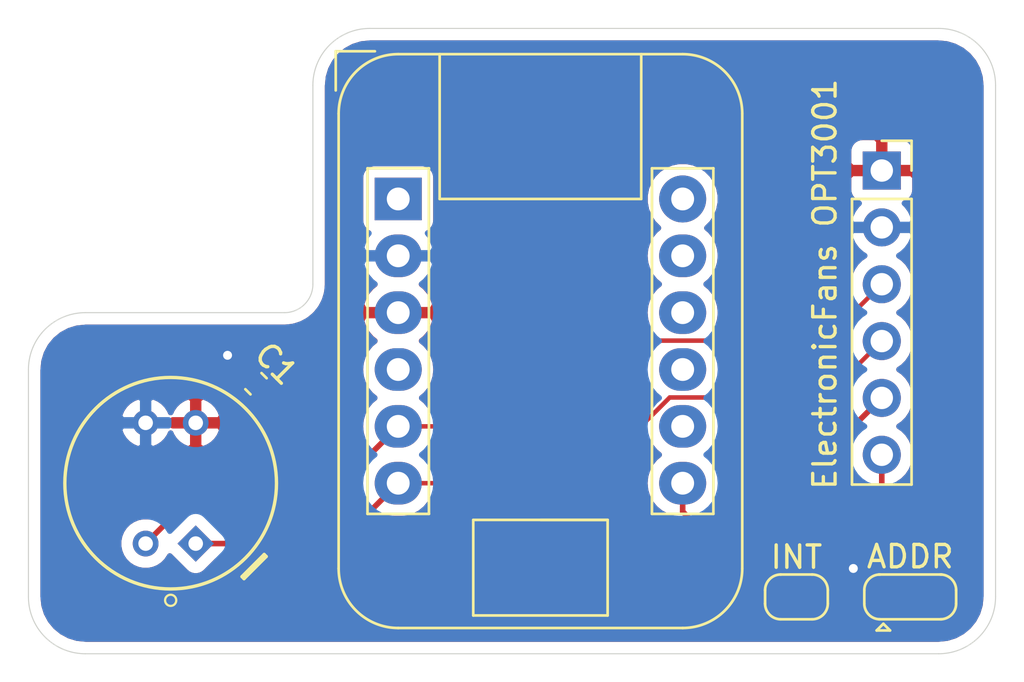
<source format=kicad_pcb>
(kicad_pcb (version 20171130) (host pcbnew 5.1.6-c6e7f7d~87~ubuntu18.04.1)

  (general
    (thickness 1.6)
    (drawings 12)
    (tracks 29)
    (zones 0)
    (modules 6)
    (nets 15)
  )

  (page A4)
  (layers
    (0 F.Cu signal)
    (31 B.Cu signal hide)
    (32 B.Adhes user hide)
    (33 F.Adhes user hide)
    (34 B.Paste user hide)
    (35 F.Paste user hide)
    (36 B.SilkS user hide)
    (37 F.SilkS user)
    (38 B.Mask user hide)
    (39 F.Mask user hide)
    (40 Dwgs.User user hide)
    (41 Cmts.User user hide)
    (42 Eco1.User user hide)
    (43 Eco2.User user hide)
    (44 Edge.Cuts user)
    (45 Margin user hide)
    (46 B.CrtYd user hide)
    (47 F.CrtYd user hide)
    (48 B.Fab user hide)
    (49 F.Fab user hide)
  )

  (setup
    (last_trace_width 0.25)
    (trace_clearance 0.2)
    (zone_clearance 0.508)
    (zone_45_only no)
    (trace_min 0.2)
    (via_size 0.8)
    (via_drill 0.4)
    (via_min_size 0.4)
    (via_min_drill 0.3)
    (uvia_size 0.3)
    (uvia_drill 0.1)
    (uvias_allowed no)
    (uvia_min_size 0.2)
    (uvia_min_drill 0.1)
    (edge_width 0.05)
    (segment_width 0.2)
    (pcb_text_width 0.3)
    (pcb_text_size 1.5 1.5)
    (mod_edge_width 0.12)
    (mod_text_size 1 1)
    (mod_text_width 0.15)
    (pad_size 1.524 1.524)
    (pad_drill 0.762)
    (pad_to_mask_clearance 0.05)
    (aux_axis_origin 0 0)
    (visible_elements FFFFFF7F)
    (pcbplotparams
      (layerselection 0x010f0_ffffffff)
      (usegerberextensions true)
      (usegerberattributes true)
      (usegerberadvancedattributes true)
      (creategerberjobfile true)
      (excludeedgelayer true)
      (linewidth 0.100000)
      (plotframeref false)
      (viasonmask false)
      (mode 1)
      (useauxorigin false)
      (hpglpennumber 1)
      (hpglpenspeed 20)
      (hpglpendiameter 15.000000)
      (psnegative false)
      (psa4output false)
      (plotreference true)
      (plotvalue true)
      (plotinvisibletext false)
      (padsonsilk false)
      (subtractmaskfromsilk false)
      (outputformat 1)
      (mirror false)
      (drillshape 0)
      (scaleselection 1)
      (outputdirectory "gerbers/rev0/"))
  )

  (net 0 "")
  (net 1 "Net-(J1-Pad5)")
  (net 2 GND)
  (net 3 VCC)
  (net 4 "Net-(A1-Pad7)")
  (net 5 "Net-(A1-Pad8)")
  (net 6 "Net-(A1-Pad12)")
  (net 7 "Net-(A1-Pad11)")
  (net 8 "Net-(A1-Pad9)")
  (net 9 "Net-(A1-Pad10)")
  (net 10 "Net-(A1-Pad4)")
  (net 11 SCL)
  (net 12 SDA)
  (net 13 /ADDR)
  (net 14 "Net-(A1-Pad1)")

  (net_class Default "This is the default net class."
    (clearance 0.2)
    (trace_width 0.25)
    (via_dia 0.8)
    (via_drill 0.4)
    (uvia_dia 0.3)
    (uvia_drill 0.1)
    (add_net /ADDR)
    (add_net GND)
    (add_net "Net-(A1-Pad1)")
    (add_net "Net-(A1-Pad10)")
    (add_net "Net-(A1-Pad11)")
    (add_net "Net-(A1-Pad12)")
    (add_net "Net-(A1-Pad4)")
    (add_net "Net-(A1-Pad7)")
    (add_net "Net-(A1-Pad8)")
    (add_net "Net-(A1-Pad9)")
    (add_net "Net-(J1-Pad5)")
    (add_net SCL)
    (add_net SDA)
    (add_net VCC)
  )

  (module MELEXIS_TECHNOLOGIES_NV_MLX90640ESF-BAA-000-TU:MELEXIS_TECHNOLOGIES_NV_MLX90640ESF-BAA-000-TU_0 (layer F.Cu) (tedit 5F08C176) (tstamp 5F40AD46)
    (at 26.67 40.64 315)
    (descr "32x24 Thermal Array Sensor 3.3V 120 Degree Total FOV")
    (path /5F08D918)
    (fp_text reference U1 (at -2.3 -5.5 135) (layer F.SilkS) hide
      (effects (font (size 0.787402 0.787402) (thickness 0.015)))
    )
    (fp_text value MLX90640 (at 0 0 135) (layer F.Fab)
      (effects (font (size 0.787402 0.787402) (thickness 0.015)))
    )
    (fp_line (start -4.825 4.825) (end -4.825 -4.825) (layer F.CrtYd) (width 0.1))
    (fp_line (start -4.825 -4.825) (end 4.825 -4.825) (layer F.CrtYd) (width 0.1))
    (fp_line (start 4.825 -4.825) (end 4.825 4.825) (layer F.CrtYd) (width 0.1))
    (fp_line (start 4.825 4.825) (end -4.825 4.825) (layer F.CrtYd) (width 0.1))
    (fp_line (start 5.33159 0.700036) (end 5.33159 -0.700036) (layer F.SilkS) (width 0.15))
    (fp_line (start 5.33159 -0.700036) (end 5.20431 -0.700036) (layer F.SilkS) (width 0.15))
    (fp_line (start 5.20431 -0.700036) (end 5.20431 0.700036) (layer F.SilkS) (width 0.15))
    (fp_line (start 5.20431 0.700036) (end 5.33159 0.700036) (layer F.SilkS) (width 0.15))
    (fp_circle (center 0 0) (end 4.725 0) (layer F.Fab) (width 0.15))
    (fp_circle (center 3.7 3.7) (end 3.95 3.7) (layer F.SilkS) (width 0.1))
    (fp_circle (center 0 0) (end 4.725 0) (layer F.SilkS) (width 0.15))
    (pad 3 thru_hole circle (at -2.698 -1.117 315) (size 1.15 1.15) (drill 0.65) (layers *.Cu *.Mask)
      (net 2 GND))
    (pad 2 thru_hole circle (at -1.117 -2.698 315) (size 1.15 1.15) (drill 0.65) (layers *.Cu *.Mask)
      (net 3 VCC))
    (pad 4 thru_hole circle (at 1.117 2.698 315) (size 1.15 1.15) (drill 0.65) (layers *.Cu *.Mask)
      (net 11 SCL))
    (pad 1 thru_hole rect (at 2.698 1.117 315) (size 1.15 1.15) (drill 0.65) (layers *.Cu *.Mask)
      (net 12 SDA))
  )

  (module Adafruit:Adafruit_MCP2221A_Breakout (layer F.Cu) (tedit 5F3FCACB) (tstamp 5F40ACDE)
    (at 36.83 27.94)
    (descr "General Purpose USB to GPIO ADC I2C, https://www.adafruit.com/product/4471")
    (tags "MCP2221A GPIO ADC I2C Stemma QT")
    (path /5F40D2F1)
    (fp_text reference A1 (at 6.35 -7.35) (layer F.SilkS) hide
      (effects (font (size 1 1) (thickness 0.15)))
    )
    (fp_text value Adafruit_MCP2221A_Breakout (at 6.35 20.32) (layer F.Fab)
      (effects (font (size 1 1) (thickness 0.15)))
    )
    (fp_arc (start 0 -3.81) (end -2.54 -3.81) (angle 90) (layer F.Fab) (width 0.1))
    (fp_arc (start 12.7 -3.81) (end 12.7 -6.35) (angle 90) (layer F.Fab) (width 0.1))
    (fp_arc (start 12.7 16.51) (end 15.24 16.51) (angle 90) (layer F.Fab) (width 0.1))
    (fp_arc (start 0 16.51) (end 0 19.05) (angle 90) (layer F.Fab) (width 0.1))
    (fp_arc (start 0 -3.81) (end -2.66 -3.81) (angle 90) (layer F.SilkS) (width 0.12))
    (fp_arc (start 12.7 -3.81) (end 12.7 -6.47) (angle 90) (layer F.SilkS) (width 0.12))
    (fp_arc (start 12.7 16.51) (end 15.36 16.51) (angle 90) (layer F.SilkS) (width 0.12))
    (fp_arc (start 0 16.51) (end 0 19.17) (angle 90) (layer F.SilkS) (width 0.12))
    (fp_text user %R (at 6.35 6.35) (layer F.Fab)
      (effects (font (size 1 1) (thickness 0.15)))
    )
    (fp_line (start 15.49 -6.6) (end -2.79 -6.6) (layer F.CrtYd) (width 0.05))
    (fp_line (start 15.49 19.3) (end 15.49 -6.6) (layer F.CrtYd) (width 0.05))
    (fp_line (start -2.79 19.3) (end 15.49 19.3) (layer F.CrtYd) (width 0.05))
    (fp_line (start -2.79 -6.6) (end -2.79 19.3) (layer F.CrtYd) (width 0.05))
    (fp_line (start 1.37 -1.37) (end 1.37 -1.37) (layer F.SilkS) (width 0.12))
    (fp_line (start 1.3716 14.0716) (end 1.37 -1.37) (layer F.SilkS) (width 0.12))
    (fp_line (start -1.37 -1.37) (end -1.3716 14.0716) (layer F.SilkS) (width 0.12))
    (fp_line (start -2.79 -6.6) (end -1.04 -6.6) (layer F.SilkS) (width 0.12))
    (fp_line (start -2.79 -4.85) (end -2.79 -6.6) (layer F.SilkS) (width 0.12))
    (fp_line (start 15.36 -3.81) (end 15.36 16.51) (layer F.SilkS) (width 0.12))
    (fp_line (start -2.66 -3.81) (end -2.66 16.51) (layer F.SilkS) (width 0.12))
    (fp_line (start 0 19.17) (end 12.7 19.17) (layer F.SilkS) (width 0.12))
    (fp_line (start 0 -6.47) (end 12.7 -6.47) (layer F.SilkS) (width 0.12))
    (fp_line (start -2.79 -6.6) (end -1.04 -6.6) (layer F.Fab) (width 0.1))
    (fp_line (start -2.79 -4.85) (end -2.79 -6.6) (layer F.Fab) (width 0.1))
    (fp_line (start 15.24 -3.81) (end 15.24 16.51) (layer F.Fab) (width 0.1))
    (fp_line (start -2.54 -3.81) (end -2.54 16.51) (layer F.Fab) (width 0.1))
    (fp_line (start 0 19.05) (end 12.7 19.05) (layer F.Fab) (width 0.1))
    (fp_line (start 0 -6.35) (end 12.7 -6.35) (layer F.Fab) (width 0.1))
    (fp_line (start 1.37 -1.37) (end -1.37 -1.37) (layer F.SilkS) (width 0.12))
    (fp_line (start -1.3716 14.0716) (end 1.3716 14.0716) (layer F.SilkS) (width 0.12))
    (fp_line (start 14.07 -1.37) (end 14.07 -1.37) (layer F.SilkS) (width 0.12))
    (fp_line (start 11.3284 14.0716) (end 14.0716 14.0716) (layer F.SilkS) (width 0.12))
    (fp_line (start 14.0716 14.0716) (end 14.07 -1.37) (layer F.SilkS) (width 0.12))
    (fp_line (start 14.07 -1.37) (end 11.33 -1.37) (layer F.SilkS) (width 0.12))
    (fp_line (start 11.33 -1.37) (end 11.3284 14.0716) (layer F.SilkS) (width 0.12))
    (fp_line (start 10.85 0) (end 1.85 0) (layer F.SilkS) (width 0.12))
    (fp_line (start 1.85 0) (end 1.85 -6.47) (layer F.SilkS) (width 0.12))
    (fp_line (start 10.85 0) (end 10.85 -6.47) (layer F.SilkS) (width 0.12))
    (fp_line (start 6.35 14.34) (end 9.35 14.34) (layer F.SilkS) (width 0.12))
    (fp_line (start 9.35 14.34) (end 3.35 14.34) (layer F.SilkS) (width 0.12))
    (fp_line (start 3.35 14.34) (end 3.35 18.61) (layer F.SilkS) (width 0.12))
    (fp_line (start 9.35 14.34) (end 9.35 18.61) (layer F.SilkS) (width 0.12))
    (fp_line (start 3.35 18.61) (end 9.35 18.61) (layer F.SilkS) (width 0.12))
    (pad 7 thru_hole oval (at 12.7 12.7) (size 2.1 1.9) (drill 1.02) (layers *.Cu *.Mask)
      (net 4 "Net-(A1-Pad7)"))
    (pad 8 thru_hole oval (at 12.7 10.16) (size 2.1 1.9) (drill 1.02) (layers *.Cu *.Mask)
      (net 5 "Net-(A1-Pad8)"))
    (pad 12 thru_hole circle (at 12.7 0) (size 2.1 2.1) (drill 1.02) (layers *.Cu *.Mask)
      (net 6 "Net-(A1-Pad12)"))
    (pad 11 thru_hole oval (at 12.7 2.54) (size 2.1 1.9) (drill 1.02) (layers *.Cu *.Mask)
      (net 7 "Net-(A1-Pad11)"))
    (pad 9 thru_hole oval (at 12.7 7.62) (size 2.1 1.9) (drill 1.02) (layers *.Cu *.Mask)
      (net 8 "Net-(A1-Pad9)"))
    (pad 10 thru_hole oval (at 12.7 5.08) (size 2.1 1.9) (drill 1.02) (layers *.Cu *.Mask)
      (net 9 "Net-(A1-Pad10)"))
    (pad 1 thru_hole rect (at 0 0) (size 2.1 1.9) (drill 1.02) (layers *.Cu *.Mask)
      (net 14 "Net-(A1-Pad1)"))
    (pad 2 thru_hole oval (at 0 2.54) (size 2.1 1.9) (drill 1.02) (layers *.Cu *.Mask)
      (net 2 GND))
    (pad 3 thru_hole oval (at 0 5.08) (size 2.1 1.9) (drill 1.02) (layers *.Cu *.Mask)
      (net 3 VCC))
    (pad 4 thru_hole oval (at 0 7.62) (size 2.1 1.9) (drill 1.02) (layers *.Cu *.Mask)
      (net 10 "Net-(A1-Pad4)"))
    (pad 5 thru_hole oval (at 0 10.16) (size 2.1 1.9) (drill 1.02) (layers *.Cu *.Mask)
      (net 11 SCL))
    (pad 6 thru_hole oval (at 0 12.7) (size 2.1 1.9) (drill 1.02) (layers *.Cu *.Mask)
      (net 12 SDA))
    (model ${KISYS3DMOD}/Module.3dshapes/Adafruit_HUZZAH_ESP8266_breakout.wrl
      (at (xyz 0 0 0))
      (scale (xyz 1 1 1))
      (rotate (xyz 0 0 0))
    )
  )

  (module Jumper:SolderJumper-2_P1.3mm_Bridged_RoundedPad1.0x1.5mm (layer F.Cu) (tedit 5C745284) (tstamp 5F40AD1C)
    (at 54.61 45.72)
    (descr "SMD Solder Jumper, 1x1.5mm, rounded Pads, 0.3mm gap, bridged with 1 copper strip")
    (tags "solder jumper open")
    (path /5F46D463)
    (attr virtual)
    (fp_text reference INT (at 0 -1.778) (layer F.SilkS)
      (effects (font (size 1 1) (thickness 0.15)))
    )
    (fp_text value SolderJumper_2_Bridged (at 0 1.9) (layer F.Fab)
      (effects (font (size 1 1) (thickness 0.15)))
    )
    (fp_arc (start -0.7 -0.3) (end -0.7 -1) (angle -90) (layer F.SilkS) (width 0.12))
    (fp_arc (start -0.7 0.3) (end -1.4 0.3) (angle -90) (layer F.SilkS) (width 0.12))
    (fp_arc (start 0.7 0.3) (end 0.7 1) (angle -90) (layer F.SilkS) (width 0.12))
    (fp_arc (start 0.7 -0.3) (end 1.4 -0.3) (angle -90) (layer F.SilkS) (width 0.12))
    (fp_line (start -1.4 0.3) (end -1.4 -0.3) (layer F.SilkS) (width 0.12))
    (fp_line (start 0.7 1) (end -0.7 1) (layer F.SilkS) (width 0.12))
    (fp_line (start 1.4 -0.3) (end 1.4 0.3) (layer F.SilkS) (width 0.12))
    (fp_line (start -0.7 -1) (end 0.7 -1) (layer F.SilkS) (width 0.12))
    (fp_line (start -1.65 -1.25) (end 1.65 -1.25) (layer F.CrtYd) (width 0.05))
    (fp_line (start -1.65 -1.25) (end -1.65 1.25) (layer F.CrtYd) (width 0.05))
    (fp_line (start 1.65 1.25) (end 1.65 -1.25) (layer F.CrtYd) (width 0.05))
    (fp_line (start 1.65 1.25) (end -1.65 1.25) (layer F.CrtYd) (width 0.05))
    (fp_poly (pts (xy 0.25 -0.3) (xy -0.25 -0.3) (xy -0.25 0.3) (xy 0.25 0.3)) (layer F.Cu) (width 0))
    (pad 1 smd custom (at -0.65 0) (size 1 0.5) (layers F.Cu F.Mask)
      (net 4 "Net-(A1-Pad7)") (zone_connect 2)
      (options (clearance outline) (anchor rect))
      (primitives
        (gr_circle (center 0 0.25) (end 0.5 0.25) (width 0))
        (gr_circle (center 0 -0.25) (end 0.5 -0.25) (width 0))
        (gr_poly (pts
           (xy 0 -0.75) (xy 0.5 -0.75) (xy 0.5 0.75) (xy 0 0.75)) (width 0))
      ))
    (pad 2 smd custom (at 0.65 0) (size 1 0.5) (layers F.Cu F.Mask)
      (net 1 "Net-(J1-Pad5)") (zone_connect 2)
      (options (clearance outline) (anchor rect))
      (primitives
        (gr_circle (center 0 0.25) (end 0.5 0.25) (width 0))
        (gr_circle (center 0 -0.25) (end 0.5 -0.25) (width 0))
        (gr_poly (pts
           (xy 0 -0.75) (xy -0.5 -0.75) (xy -0.5 0.75) (xy 0 0.75)) (width 0))
      ))
  )

  (module Jumper:SolderJumper-3_P1.3mm_Bridged12_RoundedPad1.0x1.5mm (layer F.Cu) (tedit 5C745321) (tstamp 5F40AD33)
    (at 59.69 45.72)
    (descr "SMD Solder 3-pad Jumper, 1x1.5mm rounded Pads, 0.3mm gap, pads 1-2 bridged with 1 copper strip")
    (tags "solder jumper open")
    (path /5F442790)
    (attr virtual)
    (fp_text reference ADDR (at 0 -1.8) (layer F.SilkS)
      (effects (font (size 1 1) (thickness 0.15)))
    )
    (fp_text value SolderJumper_3_Bridged12 (at 0 1.9) (layer F.Fab)
      (effects (font (size 1 1) (thickness 0.15)))
    )
    (fp_arc (start -1.35 -0.3) (end -1.35 -1) (angle -90) (layer F.SilkS) (width 0.12))
    (fp_arc (start -1.35 0.3) (end -2.05 0.3) (angle -90) (layer F.SilkS) (width 0.12))
    (fp_arc (start 1.35 0.3) (end 1.35 1) (angle -90) (layer F.SilkS) (width 0.12))
    (fp_arc (start 1.35 -0.3) (end 2.05 -0.3) (angle -90) (layer F.SilkS) (width 0.12))
    (fp_line (start -1.2 1.2) (end -0.9 1.5) (layer F.SilkS) (width 0.12))
    (fp_line (start -1.5 1.5) (end -0.9 1.5) (layer F.SilkS) (width 0.12))
    (fp_line (start -1.2 1.2) (end -1.5 1.5) (layer F.SilkS) (width 0.12))
    (fp_line (start -2.05 0.3) (end -2.05 -0.3) (layer F.SilkS) (width 0.12))
    (fp_line (start 1.4 1) (end -1.4 1) (layer F.SilkS) (width 0.12))
    (fp_line (start 2.05 -0.3) (end 2.05 0.3) (layer F.SilkS) (width 0.12))
    (fp_line (start -1.4 -1) (end 1.4 -1) (layer F.SilkS) (width 0.12))
    (fp_line (start -2.3 -1.25) (end 2.3 -1.25) (layer F.CrtYd) (width 0.05))
    (fp_line (start -2.3 -1.25) (end -2.3 1.25) (layer F.CrtYd) (width 0.05))
    (fp_line (start 2.3 1.25) (end 2.3 -1.25) (layer F.CrtYd) (width 0.05))
    (fp_line (start 2.3 1.25) (end -2.3 1.25) (layer F.CrtYd) (width 0.05))
    (fp_poly (pts (xy -0.9 -0.3) (xy -0.4 -0.3) (xy -0.4 0.3) (xy -0.9 0.3)) (layer F.Cu) (width 0))
    (pad 1 smd custom (at -1.3 0) (size 1 0.5) (layers F.Cu F.Mask)
      (net 2 GND) (zone_connect 2)
      (options (clearance outline) (anchor rect))
      (primitives
        (gr_circle (center 0 0.25) (end 0.5 0.25) (width 0))
        (gr_circle (center 0 -0.25) (end 0.5 -0.25) (width 0))
        (gr_poly (pts
           (xy 0.55 -0.75) (xy 0 -0.75) (xy 0 0.75) (xy 0.55 0.75)) (width 0))
      ))
    (pad 2 smd rect (at 0 0) (size 1 1.5) (layers F.Cu F.Mask)
      (net 13 /ADDR))
    (pad 3 smd custom (at 1.3 0) (size 1 0.5) (layers F.Cu F.Mask)
      (net 3 VCC) (zone_connect 2)
      (options (clearance outline) (anchor rect))
      (primitives
        (gr_circle (center 0 0.25) (end 0.5 0.25) (width 0))
        (gr_circle (center 0 -0.25) (end 0.5 -0.25) (width 0))
        (gr_poly (pts
           (xy -0.55 -0.75) (xy 0 -0.75) (xy 0 0.75) (xy -0.55 0.75)) (width 0))
      ))
  )

  (module Connector_PinSocket_2.54mm:PinSocket_1x06_P2.54mm_Vertical (layer F.Cu) (tedit 5A19A430) (tstamp 5F40AD09)
    (at 58.42 26.67)
    (descr "Through hole straight socket strip, 1x06, 2.54mm pitch, single row (from Kicad 4.0.7), script generated")
    (tags "Through hole socket strip THT 1x06 2.54mm single row")
    (path /5F42DE1D)
    (fp_text reference "ElectronicFans OPT3001" (at -2.54 5.08 90) (layer F.SilkS)
      (effects (font (size 1 1) (thickness 0.15)))
    )
    (fp_text value "ElectronicFans OPT3001" (at 0 15.47) (layer F.Fab)
      (effects (font (size 1 1) (thickness 0.15)))
    )
    (fp_text user %R (at 0 6.35 90) (layer F.Fab)
      (effects (font (size 1 1) (thickness 0.15)))
    )
    (fp_line (start -1.27 -1.27) (end 0.635 -1.27) (layer F.Fab) (width 0.1))
    (fp_line (start 0.635 -1.27) (end 1.27 -0.635) (layer F.Fab) (width 0.1))
    (fp_line (start 1.27 -0.635) (end 1.27 13.97) (layer F.Fab) (width 0.1))
    (fp_line (start 1.27 13.97) (end -1.27 13.97) (layer F.Fab) (width 0.1))
    (fp_line (start -1.27 13.97) (end -1.27 -1.27) (layer F.Fab) (width 0.1))
    (fp_line (start -1.33 1.27) (end 1.33 1.27) (layer F.SilkS) (width 0.12))
    (fp_line (start -1.33 1.27) (end -1.33 14.03) (layer F.SilkS) (width 0.12))
    (fp_line (start -1.33 14.03) (end 1.33 14.03) (layer F.SilkS) (width 0.12))
    (fp_line (start 1.33 1.27) (end 1.33 14.03) (layer F.SilkS) (width 0.12))
    (fp_line (start 1.33 -1.33) (end 1.33 0) (layer F.SilkS) (width 0.12))
    (fp_line (start 0 -1.33) (end 1.33 -1.33) (layer F.SilkS) (width 0.12))
    (fp_line (start -1.8 -1.8) (end 1.75 -1.8) (layer F.CrtYd) (width 0.05))
    (fp_line (start 1.75 -1.8) (end 1.75 14.45) (layer F.CrtYd) (width 0.05))
    (fp_line (start 1.75 14.45) (end -1.8 14.45) (layer F.CrtYd) (width 0.05))
    (fp_line (start -1.8 14.45) (end -1.8 -1.8) (layer F.CrtYd) (width 0.05))
    (pad 6 thru_hole oval (at 0 12.7) (size 1.7 1.7) (drill 1) (layers *.Cu *.Mask)
      (net 13 /ADDR))
    (pad 5 thru_hole oval (at 0 10.16) (size 1.7 1.7) (drill 1) (layers *.Cu *.Mask)
      (net 1 "Net-(J1-Pad5)"))
    (pad 4 thru_hole oval (at 0 7.62) (size 1.7 1.7) (drill 1) (layers *.Cu *.Mask)
      (net 12 SDA))
    (pad 3 thru_hole oval (at 0 5.08) (size 1.7 1.7) (drill 1) (layers *.Cu *.Mask)
      (net 11 SCL))
    (pad 2 thru_hole oval (at 0 2.54) (size 1.7 1.7) (drill 1) (layers *.Cu *.Mask)
      (net 2 GND))
    (pad 1 thru_hole rect (at 0 0) (size 1.7 1.7) (drill 1) (layers *.Cu *.Mask)
      (net 3 VCC))
    (model ${KISYS3DMOD}/Connector_PinSocket_2.54mm.3dshapes/PinSocket_1x06_P2.54mm_Vertical.wrl
      (at (xyz 0 0 0))
      (scale (xyz 1 1 1))
      (rotate (xyz 0 0 0))
    )
  )

  (module Resistor_SMD:R_0603_1608Metric (layer F.Cu) (tedit 5B301BBD) (tstamp 5F40ACEF)
    (at 30.48 36.195 135)
    (descr "Resistor SMD 0603 (1608 Metric), square (rectangular) end terminal, IPC_7351 nominal, (Body size source: http://www.tortai-tech.com/upload/download/2011102023233369053.pdf), generated with kicad-footprint-generator")
    (tags resistor)
    (path /5F0A4CFD)
    (attr smd)
    (fp_text reference C1 (at 0 1.27 135) (layer F.SilkS)
      (effects (font (size 1 1) (thickness 0.15)))
    )
    (fp_text value C (at 0 1.43 135) (layer F.Fab)
      (effects (font (size 1 1) (thickness 0.15)))
    )
    (fp_text user %R (at 0 0 135) (layer F.Fab)
      (effects (font (size 0.4 0.4) (thickness 0.06)))
    )
    (fp_line (start -0.8 0.4) (end -0.8 -0.4) (layer F.Fab) (width 0.1))
    (fp_line (start -0.8 -0.4) (end 0.8 -0.4) (layer F.Fab) (width 0.1))
    (fp_line (start 0.8 -0.4) (end 0.8 0.4) (layer F.Fab) (width 0.1))
    (fp_line (start 0.8 0.4) (end -0.8 0.4) (layer F.Fab) (width 0.1))
    (fp_line (start -0.162779 -0.51) (end 0.162779 -0.51) (layer F.SilkS) (width 0.12))
    (fp_line (start -0.162779 0.51) (end 0.162779 0.51) (layer F.SilkS) (width 0.12))
    (fp_line (start -1.48 0.73) (end -1.48 -0.73) (layer F.CrtYd) (width 0.05))
    (fp_line (start -1.48 -0.73) (end 1.48 -0.73) (layer F.CrtYd) (width 0.05))
    (fp_line (start 1.48 -0.73) (end 1.48 0.73) (layer F.CrtYd) (width 0.05))
    (fp_line (start 1.48 0.73) (end -1.48 0.73) (layer F.CrtYd) (width 0.05))
    (pad 2 smd roundrect (at 0.7875 0 135) (size 0.875 0.95) (layers F.Cu F.Paste F.Mask) (roundrect_rratio 0.25)
      (net 2 GND))
    (pad 1 smd roundrect (at -0.7875 0 135) (size 0.875 0.95) (layers F.Cu F.Paste F.Mask) (roundrect_rratio 0.25)
      (net 3 VCC))
    (model ${KISYS3DMOD}/Resistor_SMD.3dshapes/R_0603_1608Metric.wrl
      (at (xyz 0 0 0))
      (scale (xyz 1 1 1))
      (rotate (xyz 0 0 0))
    )
  )

  (gr_arc (start 31.75 31.75) (end 31.75 33.02) (angle -90) (layer Edge.Cuts) (width 0.05))
  (gr_arc (start 60.96 45.72) (end 60.96 48.26) (angle -90) (layer Edge.Cuts) (width 0.05))
  (gr_arc (start 22.86 45.72) (end 20.32 45.72) (angle -90) (layer Edge.Cuts) (width 0.05))
  (gr_arc (start 22.86 35.56) (end 22.86 33.02) (angle -90) (layer Edge.Cuts) (width 0.05))
  (gr_arc (start 60.96 22.86) (end 63.5 22.86) (angle -90) (layer Edge.Cuts) (width 0.05))
  (gr_arc (start 35.56 22.86) (end 35.56 20.32) (angle -90) (layer Edge.Cuts) (width 0.05))
  (gr_line (start 60.96 20.32) (end 35.56 20.32) (layer Edge.Cuts) (width 0.05) (tstamp 5F40BF84))
  (gr_line (start 63.5 45.72) (end 63.5 22.86) (layer Edge.Cuts) (width 0.05))
  (gr_line (start 22.86 48.26) (end 60.96 48.26) (layer Edge.Cuts) (width 0.05))
  (gr_line (start 20.32 35.56) (end 20.32 45.72) (layer Edge.Cuts) (width 0.05))
  (gr_line (start 31.75 33.02) (end 22.86 33.02) (layer Edge.Cuts) (width 0.05))
  (gr_line (start 33.02 22.86) (end 33.02 31.75) (layer Edge.Cuts) (width 0.05))

  (segment (start 55.26 39.99) (end 58.42 36.83) (width 0.25) (layer F.Cu) (net 1))
  (segment (start 55.26 45.72) (end 55.26 39.99) (width 0.25) (layer F.Cu) (net 1))
  (via (at 29.21 34.925) (size 0.8) (drill 0.4) (layers F.Cu B.Cu) (net 2))
  (segment (start 29.923153 35.638153) (end 29.21 34.925) (width 0.25) (layer F.Cu) (net 2))
  (segment (start 58.39 45.72) (end 58.39 45.69) (width 0.25) (layer F.Cu) (net 2))
  (via (at 57.15 44.45) (size 0.8) (drill 0.4) (layers F.Cu B.Cu) (net 2))
  (segment (start 58.39 45.69) (end 57.15 44.45) (width 0.25) (layer F.Cu) (net 2))
  (segment (start 60.99 45.72) (end 60.99 27.97) (width 0.25) (layer F.Cu) (net 3))
  (segment (start 59.69 26.67) (end 58.42 26.67) (width 0.25) (layer F.Cu) (net 3))
  (segment (start 60.99 27.97) (end 59.69 26.67) (width 0.25) (layer F.Cu) (net 3))
  (segment (start 49.53 40.64) (end 49.53 41.91) (width 0.25) (layer F.Cu) (net 4))
  (segment (start 53.34 45.72) (end 53.96 45.72) (width 0.25) (layer F.Cu) (net 4))
  (segment (start 49.53 41.91) (end 53.34 45.72) (width 0.25) (layer F.Cu) (net 4))
  (segment (start 25.552064 43.337612) (end 28.249676 40.64) (width 0.25) (layer F.Cu) (net 11))
  (segment (start 34.29 40.64) (end 36.83 38.1) (width 0.25) (layer F.Cu) (net 11))
  (segment (start 28.249676 40.64) (end 34.29 40.64) (width 0.25) (layer F.Cu) (net 11))
  (segment (start 36.83 38.1) (end 43.18 38.1) (width 0.2) (layer F.Cu) (net 11))
  (segment (start 55.89999 34.27001) (end 58.42 31.75) (width 0.2) (layer F.Cu) (net 11))
  (segment (start 47.00999 34.27001) (end 55.89999 34.27001) (width 0.2) (layer F.Cu) (net 11))
  (segment (start 43.18 38.1) (end 47.00999 34.27001) (width 0.2) (layer F.Cu) (net 11))
  (segment (start 34.132388 43.337612) (end 36.83 40.64) (width 0.25) (layer F.Cu) (net 12))
  (segment (start 27.787936 43.337612) (end 34.132388 43.337612) (width 0.25) (layer F.Cu) (net 12))
  (segment (start 55.89999 36.81001) (end 58.42 34.29) (width 0.2) (layer F.Cu) (net 12))
  (segment (start 48.952209 36.81001) (end 55.89999 36.81001) (width 0.2) (layer F.Cu) (net 12))
  (segment (start 45.122219 40.64) (end 48.952209 36.81001) (width 0.2) (layer F.Cu) (net 12))
  (segment (start 36.83 40.64) (end 45.122219 40.64) (width 0.2) (layer F.Cu) (net 12))
  (segment (start 58.42 39.37) (end 58.42 41.91) (width 0.25) (layer F.Cu) (net 13))
  (segment (start 59.69 43.18) (end 59.69 45.72) (width 0.25) (layer F.Cu) (net 13))
  (segment (start 58.42 41.91) (end 59.69 43.18) (width 0.25) (layer F.Cu) (net 13))

  (zone (net 2) (net_name GND) (layer B.Cu) (tstamp 5F40D650) (hatch edge 0.508)
    (connect_pads (clearance 0.508))
    (min_thickness 0.254)
    (fill yes (arc_segments 32) (thermal_gap 0.508) (thermal_bridge_width 0.508))
    (polygon
      (pts
        (xy 64.77 49.53) (xy 19.05 49.53) (xy 19.05 19.05) (xy 64.77 19.05)
      )
    )
    (filled_polygon
      (pts
        (xy 61.324545 21.018909) (xy 61.675208 21.12478) (xy 61.998625 21.296744) (xy 62.282484 21.528254) (xy 62.515965 21.810486)
        (xy 62.690183 22.132695) (xy 62.798502 22.482614) (xy 62.840001 22.877452) (xy 62.84 45.687721) (xy 62.801091 46.084545)
        (xy 62.69522 46.435206) (xy 62.523257 46.758623) (xy 62.291748 47.042482) (xy 62.009514 47.275965) (xy 61.687304 47.450184)
        (xy 61.337385 47.558502) (xy 60.942557 47.6) (xy 22.892279 47.6) (xy 22.495455 47.561091) (xy 22.144794 47.45522)
        (xy 21.821377 47.283257) (xy 21.537518 47.051748) (xy 21.304035 46.769514) (xy 21.129816 46.447304) (xy 21.021498 46.097385)
        (xy 20.98 45.702557) (xy 20.98 43.218437) (xy 24.342064 43.218437) (xy 24.342064 43.456787) (xy 24.388563 43.690556)
        (xy 24.479776 43.910762) (xy 24.612195 44.108942) (xy 24.780734 44.277481) (xy 24.978914 44.4099) (xy 25.19912 44.501113)
        (xy 25.432889 44.547612) (xy 25.671239 44.547612) (xy 25.905008 44.501113) (xy 26.125214 44.4099) (xy 26.323394 44.277481)
        (xy 26.491933 44.108942) (xy 26.624352 43.910762) (xy 26.630559 43.895778) (xy 27.336751 44.60197) (xy 27.433442 44.681322)
        (xy 27.543756 44.740287) (xy 27.663454 44.776597) (xy 27.787936 44.788857) (xy 27.912418 44.776597) (xy 28.032116 44.740287)
        (xy 28.14243 44.681322) (xy 28.239121 44.60197) (xy 29.052294 43.788797) (xy 29.131646 43.692106) (xy 29.190611 43.581792)
        (xy 29.226921 43.462094) (xy 29.239181 43.337612) (xy 29.226921 43.21313) (xy 29.190611 43.093432) (xy 29.131646 42.983118)
        (xy 29.052294 42.886427) (xy 28.239121 42.073254) (xy 28.14243 41.993902) (xy 28.032116 41.934937) (xy 27.912418 41.898627)
        (xy 27.787936 41.886367) (xy 27.663454 41.898627) (xy 27.543756 41.934937) (xy 27.433442 41.993902) (xy 27.336751 42.073254)
        (xy 26.630559 42.779446) (xy 26.624352 42.764462) (xy 26.491933 42.566282) (xy 26.323394 42.397743) (xy 26.125214 42.265324)
        (xy 25.905008 42.174111) (xy 25.671239 42.127612) (xy 25.432889 42.127612) (xy 25.19912 42.174111) (xy 24.978914 42.265324)
        (xy 24.780734 42.397743) (xy 24.612195 42.566282) (xy 24.479776 42.764462) (xy 24.388563 42.984668) (xy 24.342064 43.218437)
        (xy 20.98 43.218437) (xy 20.98 38.256986) (xy 24.377614 38.256986) (xy 24.461556 38.480065) (xy 24.587405 38.682481)
        (xy 24.750326 38.856456) (xy 24.944057 38.995304) (xy 25.161153 39.093689) (xy 25.237466 39.116838) (xy 25.425064 38.991836)
        (xy 25.425064 38.069388) (xy 24.502616 38.069388) (xy 24.377614 38.256986) (xy 20.98 38.256986) (xy 20.98 37.62779)
        (xy 24.377614 37.62779) (xy 24.502616 37.815388) (xy 25.425064 37.815388) (xy 25.425064 36.89294) (xy 25.679064 36.89294)
        (xy 25.679064 37.815388) (xy 26.579492 37.815388) (xy 26.577936 37.823213) (xy 26.577936 38.061563) (xy 26.579492 38.069388)
        (xy 25.679064 38.069388) (xy 25.679064 38.991836) (xy 25.866662 39.116838) (xy 26.089741 39.032896) (xy 26.292157 38.907047)
        (xy 26.466132 38.744126) (xy 26.60498 38.550395) (xy 26.670344 38.406164) (xy 26.715648 38.515538) (xy 26.848067 38.713718)
        (xy 27.016606 38.882257) (xy 27.214786 39.014676) (xy 27.434992 39.105889) (xy 27.668761 39.152388) (xy 27.907111 39.152388)
        (xy 28.14088 39.105889) (xy 28.361086 39.014676) (xy 28.559266 38.882257) (xy 28.727805 38.713718) (xy 28.860224 38.515538)
        (xy 28.951437 38.295332) (xy 28.997936 38.061563) (xy 28.997936 37.823213) (xy 28.951437 37.589444) (xy 28.860224 37.369238)
        (xy 28.727805 37.171058) (xy 28.559266 37.002519) (xy 28.361086 36.8701) (xy 28.14088 36.778887) (xy 27.907111 36.732388)
        (xy 27.668761 36.732388) (xy 27.434992 36.778887) (xy 27.214786 36.8701) (xy 27.016606 37.002519) (xy 26.848067 37.171058)
        (xy 26.715648 37.369238) (xy 26.670363 37.478566) (xy 26.642572 37.404711) (xy 26.516723 37.202295) (xy 26.353802 37.02832)
        (xy 26.160071 36.889472) (xy 25.942975 36.791087) (xy 25.866662 36.767938) (xy 25.679064 36.89294) (xy 25.425064 36.89294)
        (xy 25.237466 36.767938) (xy 25.014387 36.85188) (xy 24.811971 36.977729) (xy 24.637996 37.14065) (xy 24.499148 37.334381)
        (xy 24.400763 37.551477) (xy 24.377614 37.62779) (xy 20.98 37.62779) (xy 20.98 35.592279) (xy 21.018909 35.195455)
        (xy 21.12478 34.844792) (xy 21.296744 34.521375) (xy 21.528254 34.237516) (xy 21.810486 34.004035) (xy 22.132695 33.829817)
        (xy 22.482614 33.721498) (xy 22.877443 33.68) (xy 31.782419 33.68) (xy 31.810865 33.677198) (xy 31.818682 33.677253)
        (xy 31.827853 33.676354) (xy 32.074357 33.650446) (xy 32.132986 33.638411) (xy 32.191716 33.627208) (xy 32.200532 33.624546)
        (xy 32.200536 33.624545) (xy 32.200539 33.624544) (xy 32.437314 33.551249) (xy 32.492457 33.528069) (xy 32.54792 33.505661)
        (xy 32.556054 33.501335) (xy 32.556059 33.501333) (xy 32.556064 33.50133) (xy 32.774086 33.383447) (xy 32.823654 33.350012)
        (xy 32.873735 33.317241) (xy 32.880876 33.311416) (xy 33.071856 33.153423) (xy 33.113995 33.110988) (xy 33.156745 33.069125)
        (xy 33.162618 33.062024) (xy 33.196892 33.02) (xy 35.137331 33.02) (xy 35.167934 33.330714) (xy 35.258566 33.629488)
        (xy 35.405744 33.904839) (xy 35.603813 34.146187) (xy 35.77905 34.29) (xy 35.603813 34.433813) (xy 35.405744 34.675161)
        (xy 35.258566 34.950512) (xy 35.167934 35.249286) (xy 35.137331 35.56) (xy 35.167934 35.870714) (xy 35.258566 36.169488)
        (xy 35.405744 36.444839) (xy 35.603813 36.686187) (xy 35.77905 36.83) (xy 35.603813 36.973813) (xy 35.405744 37.215161)
        (xy 35.258566 37.490512) (xy 35.167934 37.789286) (xy 35.137331 38.1) (xy 35.167934 38.410714) (xy 35.258566 38.709488)
        (xy 35.405744 38.984839) (xy 35.603813 39.226187) (xy 35.77905 39.37) (xy 35.603813 39.513813) (xy 35.405744 39.755161)
        (xy 35.258566 40.030512) (xy 35.167934 40.329286) (xy 35.137331 40.64) (xy 35.167934 40.950714) (xy 35.258566 41.249488)
        (xy 35.405744 41.524839) (xy 35.603813 41.766187) (xy 35.845161 41.964256) (xy 36.120512 42.111434) (xy 36.419286 42.202066)
        (xy 36.652136 42.225) (xy 37.007864 42.225) (xy 37.240714 42.202066) (xy 37.539488 42.111434) (xy 37.814839 41.964256)
        (xy 38.056187 41.766187) (xy 38.254256 41.524839) (xy 38.401434 41.249488) (xy 38.492066 40.950714) (xy 38.522669 40.64)
        (xy 38.492066 40.329286) (xy 38.401434 40.030512) (xy 38.254256 39.755161) (xy 38.056187 39.513813) (xy 37.88095 39.37)
        (xy 38.056187 39.226187) (xy 38.254256 38.984839) (xy 38.401434 38.709488) (xy 38.492066 38.410714) (xy 38.522669 38.1)
        (xy 38.492066 37.789286) (xy 38.401434 37.490512) (xy 38.254256 37.215161) (xy 38.056187 36.973813) (xy 37.88095 36.83)
        (xy 38.056187 36.686187) (xy 38.254256 36.444839) (xy 38.401434 36.169488) (xy 38.492066 35.870714) (xy 38.522669 35.56)
        (xy 38.492066 35.249286) (xy 38.401434 34.950512) (xy 38.254256 34.675161) (xy 38.056187 34.433813) (xy 37.88095 34.29)
        (xy 38.056187 34.146187) (xy 38.254256 33.904839) (xy 38.401434 33.629488) (xy 38.492066 33.330714) (xy 38.522669 33.02)
        (xy 38.492066 32.709286) (xy 38.401434 32.410512) (xy 38.254256 32.135161) (xy 38.056187 31.893813) (xy 37.873304 31.743725)
        (xy 38.024992 31.624779) (xy 38.227287 31.38916) (xy 38.379728 31.118603) (xy 38.470586 30.852588) (xy 38.350584 30.607)
        (xy 36.957 30.607) (xy 36.957 30.627) (xy 36.703 30.627) (xy 36.703 30.607) (xy 35.309416 30.607)
        (xy 35.189414 30.852588) (xy 35.280272 31.118603) (xy 35.432713 31.38916) (xy 35.635008 31.624779) (xy 35.786696 31.743725)
        (xy 35.603813 31.893813) (xy 35.405744 32.135161) (xy 35.258566 32.410512) (xy 35.167934 32.709286) (xy 35.137331 33.02)
        (xy 33.196892 33.02) (xy 33.319273 32.869947) (xy 33.352374 32.820125) (xy 33.386173 32.770763) (xy 33.390556 32.762657)
        (xy 33.506919 32.543809) (xy 33.529707 32.488521) (xy 33.553279 32.433525) (xy 33.556003 32.424722) (xy 33.627643 32.187441)
        (xy 33.639264 32.128754) (xy 33.6517 32.070248) (xy 33.652663 32.061083) (xy 33.67685 31.814405) (xy 33.67685 31.814402)
        (xy 33.68 31.782419) (xy 33.68 30.48) (xy 47.837331 30.48) (xy 47.867934 30.790714) (xy 47.958566 31.089488)
        (xy 48.105744 31.364839) (xy 48.303813 31.606187) (xy 48.47905 31.75) (xy 48.303813 31.893813) (xy 48.105744 32.135161)
        (xy 47.958566 32.410512) (xy 47.867934 32.709286) (xy 47.837331 33.02) (xy 47.867934 33.330714) (xy 47.958566 33.629488)
        (xy 48.105744 33.904839) (xy 48.303813 34.146187) (xy 48.47905 34.29) (xy 48.303813 34.433813) (xy 48.105744 34.675161)
        (xy 47.958566 34.950512) (xy 47.867934 35.249286) (xy 47.837331 35.56) (xy 47.867934 35.870714) (xy 47.958566 36.169488)
        (xy 48.105744 36.444839) (xy 48.303813 36.686187) (xy 48.47905 36.83) (xy 48.303813 36.973813) (xy 48.105744 37.215161)
        (xy 47.958566 37.490512) (xy 47.867934 37.789286) (xy 47.837331 38.1) (xy 47.867934 38.410714) (xy 47.958566 38.709488)
        (xy 48.105744 38.984839) (xy 48.303813 39.226187) (xy 48.47905 39.37) (xy 48.303813 39.513813) (xy 48.105744 39.755161)
        (xy 47.958566 40.030512) (xy 47.867934 40.329286) (xy 47.837331 40.64) (xy 47.867934 40.950714) (xy 47.958566 41.249488)
        (xy 48.105744 41.524839) (xy 48.303813 41.766187) (xy 48.545161 41.964256) (xy 48.820512 42.111434) (xy 49.119286 42.202066)
        (xy 49.352136 42.225) (xy 49.707864 42.225) (xy 49.940714 42.202066) (xy 50.239488 42.111434) (xy 50.514839 41.964256)
        (xy 50.756187 41.766187) (xy 50.954256 41.524839) (xy 51.101434 41.249488) (xy 51.192066 40.950714) (xy 51.222669 40.64)
        (xy 51.192066 40.329286) (xy 51.101434 40.030512) (xy 50.954256 39.755161) (xy 50.756187 39.513813) (xy 50.58095 39.37)
        (xy 50.756187 39.226187) (xy 50.954256 38.984839) (xy 51.101434 38.709488) (xy 51.192066 38.410714) (xy 51.222669 38.1)
        (xy 51.192066 37.789286) (xy 51.101434 37.490512) (xy 50.954256 37.215161) (xy 50.756187 36.973813) (xy 50.58095 36.83)
        (xy 50.756187 36.686187) (xy 50.954256 36.444839) (xy 51.101434 36.169488) (xy 51.192066 35.870714) (xy 51.222669 35.56)
        (xy 51.192066 35.249286) (xy 51.101434 34.950512) (xy 50.954256 34.675161) (xy 50.756187 34.433813) (xy 50.58095 34.29)
        (xy 50.756187 34.146187) (xy 50.954256 33.904839) (xy 51.101434 33.629488) (xy 51.192066 33.330714) (xy 51.222669 33.02)
        (xy 51.192066 32.709286) (xy 51.101434 32.410512) (xy 50.954256 32.135161) (xy 50.756187 31.893813) (xy 50.58095 31.75)
        (xy 50.756187 31.606187) (xy 50.758195 31.60374) (xy 56.935 31.60374) (xy 56.935 31.89626) (xy 56.992068 32.183158)
        (xy 57.10401 32.453411) (xy 57.266525 32.696632) (xy 57.473368 32.903475) (xy 57.64776 33.02) (xy 57.473368 33.136525)
        (xy 57.266525 33.343368) (xy 57.10401 33.586589) (xy 56.992068 33.856842) (xy 56.935 34.14374) (xy 56.935 34.43626)
        (xy 56.992068 34.723158) (xy 57.10401 34.993411) (xy 57.266525 35.236632) (xy 57.473368 35.443475) (xy 57.64776 35.56)
        (xy 57.473368 35.676525) (xy 57.266525 35.883368) (xy 57.10401 36.126589) (xy 56.992068 36.396842) (xy 56.935 36.68374)
        (xy 56.935 36.97626) (xy 56.992068 37.263158) (xy 57.10401 37.533411) (xy 57.266525 37.776632) (xy 57.473368 37.983475)
        (xy 57.64776 38.1) (xy 57.473368 38.216525) (xy 57.266525 38.423368) (xy 57.10401 38.666589) (xy 56.992068 38.936842)
        (xy 56.935 39.22374) (xy 56.935 39.51626) (xy 56.992068 39.803158) (xy 57.10401 40.073411) (xy 57.266525 40.316632)
        (xy 57.473368 40.523475) (xy 57.716589 40.68599) (xy 57.986842 40.797932) (xy 58.27374 40.855) (xy 58.56626 40.855)
        (xy 58.853158 40.797932) (xy 59.123411 40.68599) (xy 59.366632 40.523475) (xy 59.573475 40.316632) (xy 59.73599 40.073411)
        (xy 59.847932 39.803158) (xy 59.905 39.51626) (xy 59.905 39.22374) (xy 59.847932 38.936842) (xy 59.73599 38.666589)
        (xy 59.573475 38.423368) (xy 59.366632 38.216525) (xy 59.19224 38.1) (xy 59.366632 37.983475) (xy 59.573475 37.776632)
        (xy 59.73599 37.533411) (xy 59.847932 37.263158) (xy 59.905 36.97626) (xy 59.905 36.68374) (xy 59.847932 36.396842)
        (xy 59.73599 36.126589) (xy 59.573475 35.883368) (xy 59.366632 35.676525) (xy 59.19224 35.56) (xy 59.366632 35.443475)
        (xy 59.573475 35.236632) (xy 59.73599 34.993411) (xy 59.847932 34.723158) (xy 59.905 34.43626) (xy 59.905 34.14374)
        (xy 59.847932 33.856842) (xy 59.73599 33.586589) (xy 59.573475 33.343368) (xy 59.366632 33.136525) (xy 59.19224 33.02)
        (xy 59.366632 32.903475) (xy 59.573475 32.696632) (xy 59.73599 32.453411) (xy 59.847932 32.183158) (xy 59.905 31.89626)
        (xy 59.905 31.60374) (xy 59.847932 31.316842) (xy 59.73599 31.046589) (xy 59.573475 30.803368) (xy 59.366632 30.596525)
        (xy 59.184466 30.474805) (xy 59.301355 30.405178) (xy 59.517588 30.210269) (xy 59.691641 29.97692) (xy 59.816825 29.714099)
        (xy 59.861476 29.56689) (xy 59.740155 29.337) (xy 58.547 29.337) (xy 58.547 29.357) (xy 58.293 29.357)
        (xy 58.293 29.337) (xy 57.099845 29.337) (xy 56.978524 29.56689) (xy 57.023175 29.714099) (xy 57.148359 29.97692)
        (xy 57.322412 30.210269) (xy 57.538645 30.405178) (xy 57.655534 30.474805) (xy 57.473368 30.596525) (xy 57.266525 30.803368)
        (xy 57.10401 31.046589) (xy 56.992068 31.316842) (xy 56.935 31.60374) (xy 50.758195 31.60374) (xy 50.954256 31.364839)
        (xy 51.101434 31.089488) (xy 51.192066 30.790714) (xy 51.222669 30.48) (xy 51.192066 30.169286) (xy 51.101434 29.870512)
        (xy 50.954256 29.595161) (xy 50.756187 29.353813) (xy 50.615003 29.237947) (xy 50.838825 29.014125) (xy 51.023228 28.738147)
        (xy 51.150246 28.431496) (xy 51.215 28.105958) (xy 51.215 27.774042) (xy 51.150246 27.448504) (xy 51.023228 27.141853)
        (xy 50.838825 26.865875) (xy 50.604125 26.631175) (xy 50.328147 26.446772) (xy 50.021496 26.319754) (xy 49.695958 26.255)
        (xy 49.364042 26.255) (xy 49.038504 26.319754) (xy 48.731853 26.446772) (xy 48.455875 26.631175) (xy 48.221175 26.865875)
        (xy 48.036772 27.141853) (xy 47.909754 27.448504) (xy 47.845 27.774042) (xy 47.845 28.105958) (xy 47.909754 28.431496)
        (xy 48.036772 28.738147) (xy 48.221175 29.014125) (xy 48.444997 29.237947) (xy 48.303813 29.353813) (xy 48.105744 29.595161)
        (xy 47.958566 29.870512) (xy 47.867934 30.169286) (xy 47.837331 30.48) (xy 33.68 30.48) (xy 33.68 26.99)
        (xy 35.141928 26.99) (xy 35.141928 28.89) (xy 35.154188 29.014482) (xy 35.190498 29.13418) (xy 35.249463 29.244494)
        (xy 35.328815 29.341185) (xy 35.425506 29.420537) (xy 35.518899 29.470457) (xy 35.432713 29.57084) (xy 35.280272 29.841397)
        (xy 35.189414 30.107412) (xy 35.309416 30.353) (xy 36.703 30.353) (xy 36.703 30.333) (xy 36.957 30.333)
        (xy 36.957 30.353) (xy 38.350584 30.353) (xy 38.470586 30.107412) (xy 38.379728 29.841397) (xy 38.227287 29.57084)
        (xy 38.141101 29.470457) (xy 38.234494 29.420537) (xy 38.331185 29.341185) (xy 38.410537 29.244494) (xy 38.469502 29.13418)
        (xy 38.505812 29.014482) (xy 38.518072 28.89) (xy 38.518072 26.99) (xy 38.505812 26.865518) (xy 38.469502 26.74582)
        (xy 38.410537 26.635506) (xy 38.331185 26.538815) (xy 38.234494 26.459463) (xy 38.12418 26.400498) (xy 38.004482 26.364188)
        (xy 37.88 26.351928) (xy 35.78 26.351928) (xy 35.655518 26.364188) (xy 35.53582 26.400498) (xy 35.425506 26.459463)
        (xy 35.328815 26.538815) (xy 35.249463 26.635506) (xy 35.190498 26.74582) (xy 35.154188 26.865518) (xy 35.141928 26.99)
        (xy 33.68 26.99) (xy 33.68 25.82) (xy 56.931928 25.82) (xy 56.931928 27.52) (xy 56.944188 27.644482)
        (xy 56.980498 27.76418) (xy 57.039463 27.874494) (xy 57.118815 27.971185) (xy 57.215506 28.050537) (xy 57.32582 28.109502)
        (xy 57.406466 28.133966) (xy 57.322412 28.209731) (xy 57.148359 28.44308) (xy 57.023175 28.705901) (xy 56.978524 28.85311)
        (xy 57.099845 29.083) (xy 58.293 29.083) (xy 58.293 29.063) (xy 58.547 29.063) (xy 58.547 29.083)
        (xy 59.740155 29.083) (xy 59.861476 28.85311) (xy 59.816825 28.705901) (xy 59.691641 28.44308) (xy 59.517588 28.209731)
        (xy 59.433534 28.133966) (xy 59.51418 28.109502) (xy 59.624494 28.050537) (xy 59.721185 27.971185) (xy 59.800537 27.874494)
        (xy 59.859502 27.76418) (xy 59.895812 27.644482) (xy 59.908072 27.52) (xy 59.908072 25.82) (xy 59.895812 25.695518)
        (xy 59.859502 25.57582) (xy 59.800537 25.465506) (xy 59.721185 25.368815) (xy 59.624494 25.289463) (xy 59.51418 25.230498)
        (xy 59.394482 25.194188) (xy 59.27 25.181928) (xy 57.57 25.181928) (xy 57.445518 25.194188) (xy 57.32582 25.230498)
        (xy 57.215506 25.289463) (xy 57.118815 25.368815) (xy 57.039463 25.465506) (xy 56.980498 25.57582) (xy 56.944188 25.695518)
        (xy 56.931928 25.82) (xy 33.68 25.82) (xy 33.68 22.892279) (xy 33.718909 22.495455) (xy 33.82478 22.144792)
        (xy 33.996744 21.821375) (xy 34.228254 21.537516) (xy 34.510486 21.304035) (xy 34.832695 21.129817) (xy 35.182614 21.021498)
        (xy 35.577443 20.98) (xy 60.927721 20.98)
      )
    )
  )
  (zone (net 3) (net_name VCC) (layer F.Cu) (tstamp 5F40D64D) (hatch edge 0.508)
    (connect_pads (clearance 0.508))
    (min_thickness 0.254)
    (fill yes (arc_segments 32) (thermal_gap 0.508) (thermal_bridge_width 0.508))
    (polygon
      (pts
        (xy 64.77 49.53) (xy 19.05 49.53) (xy 19.05 19.05) (xy 64.77 19.05)
      )
    )
    (filled_polygon
      (pts
        (xy 61.324545 21.018909) (xy 61.675208 21.12478) (xy 61.998625 21.296744) (xy 62.282484 21.528254) (xy 62.515965 21.810486)
        (xy 62.690183 22.132695) (xy 62.798502 22.482614) (xy 62.840001 22.877452) (xy 62.84 45.687721) (xy 62.801091 46.084545)
        (xy 62.69522 46.435206) (xy 62.523257 46.758623) (xy 62.291748 47.042482) (xy 62.009514 47.275965) (xy 61.687304 47.450184)
        (xy 61.337385 47.558502) (xy 60.942557 47.6) (xy 22.892279 47.6) (xy 22.495455 47.561091) (xy 22.144794 47.45522)
        (xy 21.821377 47.283257) (xy 21.537518 47.051748) (xy 21.304035 46.769514) (xy 21.129816 46.447304) (xy 21.021498 46.097385)
        (xy 20.98 45.702557) (xy 20.98 43.218437) (xy 24.342064 43.218437) (xy 24.342064 43.456787) (xy 24.388563 43.690556)
        (xy 24.479776 43.910762) (xy 24.612195 44.108942) (xy 24.780734 44.277481) (xy 24.978914 44.4099) (xy 25.19912 44.501113)
        (xy 25.432889 44.547612) (xy 25.671239 44.547612) (xy 25.905008 44.501113) (xy 26.125214 44.4099) (xy 26.323394 44.277481)
        (xy 26.491933 44.108942) (xy 26.624352 43.910762) (xy 26.630559 43.895778) (xy 27.336751 44.60197) (xy 27.433442 44.681322)
        (xy 27.543756 44.740287) (xy 27.663454 44.776597) (xy 27.787936 44.788857) (xy 27.912418 44.776597) (xy 28.032116 44.740287)
        (xy 28.14243 44.681322) (xy 28.239121 44.60197) (xy 28.743479 44.097612) (xy 34.095066 44.097612) (xy 34.132388 44.101288)
        (xy 34.16971 44.097612) (xy 34.169721 44.097612) (xy 34.281374 44.086615) (xy 34.424635 44.043158) (xy 34.556664 43.972586)
        (xy 34.672389 43.877613) (xy 34.696192 43.848609) (xy 36.360553 42.184249) (xy 36.419286 42.202066) (xy 36.652136 42.225)
        (xy 37.007864 42.225) (xy 37.240714 42.202066) (xy 37.539488 42.111434) (xy 37.814839 41.964256) (xy 38.056187 41.766187)
        (xy 38.254256 41.524839) (xy 38.334347 41.375) (xy 45.086114 41.375) (xy 45.122219 41.378556) (xy 45.158324 41.375)
        (xy 45.266304 41.364365) (xy 45.404852 41.322337) (xy 45.532539 41.254087) (xy 45.644457 41.162238) (xy 45.667478 41.134187)
        (xy 48.005106 38.796559) (xy 48.105744 38.984839) (xy 48.303813 39.226187) (xy 48.47905 39.37) (xy 48.303813 39.513813)
        (xy 48.105744 39.755161) (xy 47.958566 40.030512) (xy 47.867934 40.329286) (xy 47.837331 40.64) (xy 47.867934 40.950714)
        (xy 47.958566 41.249488) (xy 48.105744 41.524839) (xy 48.303813 41.766187) (xy 48.545161 41.964256) (xy 48.79234 42.096376)
        (xy 48.824454 42.202246) (xy 48.895026 42.334276) (xy 48.947113 42.397743) (xy 48.99 42.450001) (xy 49.018998 42.473799)
        (xy 52.776201 46.231003) (xy 52.799999 46.260001) (xy 52.882417 46.32764) (xy 52.892027 46.359319) (xy 52.929536 46.449875)
        (xy 52.988502 46.560192) (xy 53.042958 46.641691) (xy 53.12231 46.738382) (xy 53.191618 46.80769) (xy 53.288309 46.887042)
        (xy 53.369808 46.941498) (xy 53.480125 47.000464) (xy 53.570681 47.037973) (xy 53.690377 47.074282) (xy 53.78651 47.093404)
        (xy 53.910991 47.105664) (xy 53.93555 47.105664) (xy 53.96 47.108072) (xy 54.46 47.108072) (xy 54.584482 47.095812)
        (xy 54.61 47.088071) (xy 54.635518 47.095812) (xy 54.76 47.108072) (xy 55.26 47.108072) (xy 55.28445 47.105664)
        (xy 55.309009 47.105664) (xy 55.43349 47.093404) (xy 55.529623 47.074282) (xy 55.649319 47.037973) (xy 55.739875 47.000464)
        (xy 55.850192 46.941498) (xy 55.931691 46.887042) (xy 56.028382 46.80769) (xy 56.09769 46.738382) (xy 56.177042 46.641691)
        (xy 56.231498 46.560192) (xy 56.290464 46.449875) (xy 56.327973 46.359319) (xy 56.364282 46.239623) (xy 56.383404 46.14349)
        (xy 56.395664 46.019009) (xy 56.395664 45.99445) (xy 56.398072 45.97) (xy 56.398072 45.47) (xy 56.395664 45.44555)
        (xy 56.395664 45.420991) (xy 56.383404 45.29651) (xy 56.364282 45.200377) (xy 56.329095 45.084379) (xy 56.346063 45.109774)
        (xy 56.490226 45.253937) (xy 56.659744 45.367205) (xy 56.848102 45.445226) (xy 57.048061 45.485) (xy 57.110199 45.485)
        (xy 57.251928 45.62673) (xy 57.251928 45.97) (xy 57.254336 45.99445) (xy 57.254336 46.019009) (xy 57.266596 46.14349)
        (xy 57.285718 46.239623) (xy 57.322027 46.359319) (xy 57.359536 46.449875) (xy 57.418502 46.560192) (xy 57.472958 46.641691)
        (xy 57.55231 46.738382) (xy 57.621618 46.80769) (xy 57.718309 46.887042) (xy 57.799808 46.941498) (xy 57.910125 47.000464)
        (xy 58.000681 47.037973) (xy 58.120377 47.074282) (xy 58.21651 47.093404) (xy 58.340991 47.105664) (xy 58.36555 47.105664)
        (xy 58.39 47.108072) (xy 58.94 47.108072) (xy 59.064482 47.095812) (xy 59.065 47.095655) (xy 59.065518 47.095812)
        (xy 59.19 47.108072) (xy 60.19 47.108072) (xy 60.314482 47.095812) (xy 60.43418 47.059502) (xy 60.544494 47.000537)
        (xy 60.641185 46.921185) (xy 60.720537 46.824494) (xy 60.779502 46.71418) (xy 60.815812 46.594482) (xy 60.828072 46.47)
        (xy 60.828072 44.97) (xy 60.815812 44.845518) (xy 60.779502 44.72582) (xy 60.720537 44.615506) (xy 60.641185 44.518815)
        (xy 60.544494 44.439463) (xy 60.45 44.388954) (xy 60.45 43.217322) (xy 60.453676 43.179999) (xy 60.45 43.142676)
        (xy 60.45 43.142667) (xy 60.439003 43.031014) (xy 60.395546 42.887753) (xy 60.324974 42.755724) (xy 60.230001 42.639999)
        (xy 60.201004 42.616202) (xy 59.18 41.595199) (xy 59.18 40.648178) (xy 59.366632 40.523475) (xy 59.573475 40.316632)
        (xy 59.73599 40.073411) (xy 59.847932 39.803158) (xy 59.905 39.51626) (xy 59.905 39.22374) (xy 59.847932 38.936842)
        (xy 59.73599 38.666589) (xy 59.573475 38.423368) (xy 59.366632 38.216525) (xy 59.19224 38.1) (xy 59.366632 37.983475)
        (xy 59.573475 37.776632) (xy 59.73599 37.533411) (xy 59.847932 37.263158) (xy 59.905 36.97626) (xy 59.905 36.68374)
        (xy 59.847932 36.396842) (xy 59.73599 36.126589) (xy 59.573475 35.883368) (xy 59.366632 35.676525) (xy 59.19224 35.56)
        (xy 59.366632 35.443475) (xy 59.573475 35.236632) (xy 59.73599 34.993411) (xy 59.847932 34.723158) (xy 59.905 34.43626)
        (xy 59.905 34.14374) (xy 59.847932 33.856842) (xy 59.73599 33.586589) (xy 59.573475 33.343368) (xy 59.366632 33.136525)
        (xy 59.19224 33.02) (xy 59.366632 32.903475) (xy 59.573475 32.696632) (xy 59.73599 32.453411) (xy 59.847932 32.183158)
        (xy 59.905 31.89626) (xy 59.905 31.60374) (xy 59.847932 31.316842) (xy 59.73599 31.046589) (xy 59.573475 30.803368)
        (xy 59.366632 30.596525) (xy 59.19224 30.48) (xy 59.366632 30.363475) (xy 59.573475 30.156632) (xy 59.73599 29.913411)
        (xy 59.847932 29.643158) (xy 59.905 29.35626) (xy 59.905 29.06374) (xy 59.847932 28.776842) (xy 59.73599 28.506589)
        (xy 59.573475 28.263368) (xy 59.44162 28.131513) (xy 59.51418 28.109502) (xy 59.624494 28.050537) (xy 59.721185 27.971185)
        (xy 59.800537 27.874494) (xy 59.859502 27.76418) (xy 59.895812 27.644482) (xy 59.908072 27.52) (xy 59.905 26.95575)
        (xy 59.74625 26.797) (xy 58.547 26.797) (xy 58.547 26.817) (xy 58.293 26.817) (xy 58.293 26.797)
        (xy 57.09375 26.797) (xy 56.935 26.95575) (xy 56.931928 27.52) (xy 56.944188 27.644482) (xy 56.980498 27.76418)
        (xy 57.039463 27.874494) (xy 57.118815 27.971185) (xy 57.215506 28.050537) (xy 57.32582 28.109502) (xy 57.39838 28.131513)
        (xy 57.266525 28.263368) (xy 57.10401 28.506589) (xy 56.992068 28.776842) (xy 56.935 29.06374) (xy 56.935 29.35626)
        (xy 56.992068 29.643158) (xy 57.10401 29.913411) (xy 57.266525 30.156632) (xy 57.473368 30.363475) (xy 57.64776 30.48)
        (xy 57.473368 30.596525) (xy 57.266525 30.803368) (xy 57.10401 31.046589) (xy 56.992068 31.316842) (xy 56.935 31.60374)
        (xy 56.935 31.89626) (xy 56.984656 32.145897) (xy 55.595544 33.53501) (xy 51.130094 33.53501) (xy 51.192066 33.330714)
        (xy 51.222669 33.02) (xy 51.192066 32.709286) (xy 51.101434 32.410512) (xy 50.954256 32.135161) (xy 50.756187 31.893813)
        (xy 50.58095 31.75) (xy 50.756187 31.606187) (xy 50.954256 31.364839) (xy 51.101434 31.089488) (xy 51.192066 30.790714)
        (xy 51.222669 30.48) (xy 51.192066 30.169286) (xy 51.101434 29.870512) (xy 50.954256 29.595161) (xy 50.756187 29.353813)
        (xy 50.615003 29.237947) (xy 50.838825 29.014125) (xy 51.023228 28.738147) (xy 51.150246 28.431496) (xy 51.215 28.105958)
        (xy 51.215 27.774042) (xy 51.150246 27.448504) (xy 51.023228 27.141853) (xy 50.838825 26.865875) (xy 50.604125 26.631175)
        (xy 50.328147 26.446772) (xy 50.021496 26.319754) (xy 49.695958 26.255) (xy 49.364042 26.255) (xy 49.038504 26.319754)
        (xy 48.731853 26.446772) (xy 48.455875 26.631175) (xy 48.221175 26.865875) (xy 48.036772 27.141853) (xy 47.909754 27.448504)
        (xy 47.845 27.774042) (xy 47.845 28.105958) (xy 47.909754 28.431496) (xy 48.036772 28.738147) (xy 48.221175 29.014125)
        (xy 48.444997 29.237947) (xy 48.303813 29.353813) (xy 48.105744 29.595161) (xy 47.958566 29.870512) (xy 47.867934 30.169286)
        (xy 47.837331 30.48) (xy 47.867934 30.790714) (xy 47.958566 31.089488) (xy 48.105744 31.364839) (xy 48.303813 31.606187)
        (xy 48.47905 31.75) (xy 48.303813 31.893813) (xy 48.105744 32.135161) (xy 47.958566 32.410512) (xy 47.867934 32.709286)
        (xy 47.837331 33.02) (xy 47.867934 33.330714) (xy 47.929906 33.53501) (xy 47.046095 33.53501) (xy 47.00999 33.531454)
        (xy 46.973885 33.53501) (xy 46.865905 33.545645) (xy 46.727357 33.587673) (xy 46.59967 33.655923) (xy 46.487752 33.747772)
        (xy 46.464736 33.775817) (xy 42.875554 37.365) (xy 38.334347 37.365) (xy 38.254256 37.215161) (xy 38.056187 36.973813)
        (xy 37.88095 36.83) (xy 38.056187 36.686187) (xy 38.254256 36.444839) (xy 38.401434 36.169488) (xy 38.492066 35.870714)
        (xy 38.522669 35.56) (xy 38.492066 35.249286) (xy 38.401434 34.950512) (xy 38.254256 34.675161) (xy 38.056187 34.433813)
        (xy 37.873304 34.283725) (xy 38.024992 34.164779) (xy 38.227287 33.92916) (xy 38.379728 33.658603) (xy 38.470586 33.392588)
        (xy 38.350584 33.147) (xy 36.957 33.147) (xy 36.957 33.167) (xy 36.703 33.167) (xy 36.703 33.147)
        (xy 35.309416 33.147) (xy 35.189414 33.392588) (xy 35.280272 33.658603) (xy 35.432713 33.92916) (xy 35.635008 34.164779)
        (xy 35.786696 34.283725) (xy 35.603813 34.433813) (xy 35.405744 34.675161) (xy 35.258566 34.950512) (xy 35.167934 35.249286)
        (xy 35.137331 35.56) (xy 35.167934 35.870714) (xy 35.258566 36.169488) (xy 35.405744 36.444839) (xy 35.603813 36.686187)
        (xy 35.77905 36.83) (xy 35.603813 36.973813) (xy 35.405744 37.215161) (xy 35.258566 37.490512) (xy 35.167934 37.789286)
        (xy 35.137331 38.1) (xy 35.167934 38.410714) (xy 35.232299 38.622898) (xy 33.975199 39.88) (xy 28.286998 39.88)
        (xy 28.249675 39.876324) (xy 28.212352 39.88) (xy 28.212343 39.88) (xy 28.10069 39.890997) (xy 27.957429 39.934454)
        (xy 27.8254 40.005026) (xy 27.825398 40.005027) (xy 27.825399 40.005027) (xy 27.738672 40.076201) (xy 27.738668 40.076205)
        (xy 27.709675 40.099999) (xy 27.685881 40.128992) (xy 25.684604 42.13027) (xy 25.671239 42.127612) (xy 25.432889 42.127612)
        (xy 25.19912 42.174111) (xy 24.978914 42.265324) (xy 24.780734 42.397743) (xy 24.612195 42.566282) (xy 24.479776 42.764462)
        (xy 24.388563 42.984668) (xy 24.342064 43.218437) (xy 20.98 43.218437) (xy 20.98 37.823213) (xy 24.342064 37.823213)
        (xy 24.342064 38.061563) (xy 24.388563 38.295332) (xy 24.479776 38.515538) (xy 24.612195 38.713718) (xy 24.780734 38.882257)
        (xy 24.978914 39.014676) (xy 25.19912 39.105889) (xy 25.432889 39.152388) (xy 25.671239 39.152388) (xy 25.905008 39.105889)
        (xy 26.125214 39.014676) (xy 26.323394 38.882257) (xy 26.491933 38.713718) (xy 26.624352 38.515538) (xy 26.669637 38.40621)
        (xy 26.697428 38.480065) (xy 26.823277 38.682481) (xy 26.986198 38.856456) (xy 27.179929 38.995304) (xy 27.397025 39.093689)
        (xy 27.473338 39.116838) (xy 27.660936 38.991836) (xy 27.660936 38.069388) (xy 27.914936 38.069388) (xy 27.914936 38.991836)
        (xy 28.102534 39.116838) (xy 28.325613 39.032896) (xy 28.528029 38.907047) (xy 28.702004 38.744126) (xy 28.840852 38.550395)
        (xy 28.939237 38.333299) (xy 28.962386 38.256986) (xy 28.837384 38.069388) (xy 27.914936 38.069388) (xy 27.660936 38.069388)
        (xy 26.760508 38.069388) (xy 26.762064 38.061563) (xy 26.762064 37.823213) (xy 26.760508 37.815388) (xy 27.660936 37.815388)
        (xy 27.660936 36.89294) (xy 27.914936 36.89294) (xy 27.914936 37.815388) (xy 28.837384 37.815388) (xy 28.962386 37.62779)
        (xy 28.919676 37.514285) (xy 30.454014 37.514285) (xy 30.454014 37.738791) (xy 30.559145 37.848267) (xy 30.655837 37.92762)
        (xy 30.766151 37.986584) (xy 30.885849 38.022893) (xy 31.01033 38.035154) (xy 31.134812 38.022893) (xy 31.25451 37.986584)
        (xy 31.364824 37.92762) (xy 31.461516 37.848267) (xy 31.593163 37.712275) (xy 31.593163 37.487768) (xy 31.036847 36.931452)
        (xy 30.454014 37.514285) (xy 28.919676 37.514285) (xy 28.878444 37.404711) (xy 28.752595 37.202295) (xy 28.589674 37.02832)
        (xy 28.395943 36.889472) (xy 28.178847 36.791087) (xy 28.102534 36.767938) (xy 27.914936 36.89294) (xy 27.660936 36.89294)
        (xy 27.473338 36.767938) (xy 27.250259 36.85188) (xy 27.047843 36.977729) (xy 26.873868 37.14065) (xy 26.73502 37.334381)
        (xy 26.669656 37.478612) (xy 26.624352 37.369238) (xy 26.491933 37.171058) (xy 26.323394 37.002519) (xy 26.125214 36.8701)
        (xy 25.905008 36.778887) (xy 25.671239 36.732388) (xy 25.432889 36.732388) (xy 25.19912 36.778887) (xy 24.978914 36.8701)
        (xy 24.780734 37.002519) (xy 24.612195 37.171058) (xy 24.479776 37.369238) (xy 24.388563 37.589444) (xy 24.342064 37.823213)
        (xy 20.98 37.823213) (xy 20.98 35.592279) (xy 21.018909 35.195455) (xy 21.12478 34.844792) (xy 21.136334 34.823061)
        (xy 28.175 34.823061) (xy 28.175 35.026939) (xy 28.214774 35.226898) (xy 28.292795 35.415256) (xy 28.406063 35.584774)
        (xy 28.550226 35.728937) (xy 28.719744 35.842205) (xy 28.754424 35.85657) (xy 28.795677 35.992562) (xy 28.874856 36.140695)
        (xy 28.981412 36.270535) (xy 29.290771 36.579894) (xy 29.420611 36.68645) (xy 29.568744 36.765629) (xy 29.729478 36.814387)
        (xy 29.757359 36.817133) (xy 29.765801 36.902845) (xy 29.80211 37.022543) (xy 29.861074 37.132857) (xy 29.940427 37.229549)
        (xy 30.049903 37.33468) (xy 30.274409 37.33468) (xy 30.857242 36.751847) (xy 31.216452 36.751847) (xy 31.772768 37.308163)
        (xy 31.997275 37.308163) (xy 32.133267 37.176516) (xy 32.21262 37.079824) (xy 32.271584 36.96951) (xy 32.307893 36.849812)
        (xy 32.320154 36.72533) (xy 32.307893 36.600849) (xy 32.271584 36.481151) (xy 32.21262 36.370837) (xy 32.133267 36.274145)
        (xy 32.023791 36.169014) (xy 31.799285 36.169014) (xy 31.216452 36.751847) (xy 30.857242 36.751847) (xy 30.8431 36.737705)
        (xy 31.022705 36.5581) (xy 31.036847 36.572242) (xy 31.61968 35.989409) (xy 31.61968 35.764903) (xy 31.514549 35.655427)
        (xy 31.417857 35.576074) (xy 31.307543 35.51711) (xy 31.187845 35.480801) (xy 31.102133 35.472359) (xy 31.099387 35.444478)
        (xy 31.050629 35.283744) (xy 30.97145 35.135611) (xy 30.864894 35.005771) (xy 30.555535 34.696412) (xy 30.425695 34.589856)
        (xy 30.277562 34.510677) (xy 30.14157 34.469424) (xy 30.127205 34.434744) (xy 30.013937 34.265226) (xy 29.869774 34.121063)
        (xy 29.700256 34.007795) (xy 29.511898 33.929774) (xy 29.311939 33.89) (xy 29.108061 33.89) (xy 28.908102 33.929774)
        (xy 28.719744 34.007795) (xy 28.550226 34.121063) (xy 28.406063 34.265226) (xy 28.292795 34.434744) (xy 28.214774 34.623102)
        (xy 28.175 34.823061) (xy 21.136334 34.823061) (xy 21.296744 34.521375) (xy 21.528254 34.237516) (xy 21.810486 34.004035)
        (xy 22.132695 33.829817) (xy 22.482614 33.721498) (xy 22.877443 33.68) (xy 31.782419 33.68) (xy 31.810865 33.677198)
        (xy 31.818682 33.677253) (xy 31.827853 33.676354) (xy 32.074357 33.650446) (xy 32.132986 33.638411) (xy 32.191716 33.627208)
        (xy 32.200532 33.624546) (xy 32.200536 33.624545) (xy 32.200539 33.624544) (xy 32.437314 33.551249) (xy 32.492457 33.528069)
        (xy 32.54792 33.505661) (xy 32.556054 33.501335) (xy 32.556059 33.501333) (xy 32.556064 33.50133) (xy 32.774086 33.383447)
        (xy 32.823654 33.350012) (xy 32.873735 33.317241) (xy 32.880876 33.311416) (xy 33.071856 33.153423) (xy 33.113995 33.110988)
        (xy 33.156745 33.069125) (xy 33.162618 33.062024) (xy 33.319273 32.869947) (xy 33.352374 32.820125) (xy 33.386173 32.770763)
        (xy 33.390556 32.762657) (xy 33.506919 32.543809) (xy 33.529707 32.488521) (xy 33.553279 32.433525) (xy 33.556003 32.424722)
        (xy 33.627643 32.187441) (xy 33.639264 32.128754) (xy 33.6517 32.070248) (xy 33.652663 32.061083) (xy 33.67685 31.814405)
        (xy 33.67685 31.814402) (xy 33.68 31.782419) (xy 33.68 30.48) (xy 35.137331 30.48) (xy 35.167934 30.790714)
        (xy 35.258566 31.089488) (xy 35.405744 31.364839) (xy 35.603813 31.606187) (xy 35.786696 31.756275) (xy 35.635008 31.875221)
        (xy 35.432713 32.11084) (xy 35.280272 32.381397) (xy 35.189414 32.647412) (xy 35.309416 32.893) (xy 36.703 32.893)
        (xy 36.703 32.873) (xy 36.957 32.873) (xy 36.957 32.893) (xy 38.350584 32.893) (xy 38.470586 32.647412)
        (xy 38.379728 32.381397) (xy 38.227287 32.11084) (xy 38.024992 31.875221) (xy 37.873304 31.756275) (xy 38.056187 31.606187)
        (xy 38.254256 31.364839) (xy 38.401434 31.089488) (xy 38.492066 30.790714) (xy 38.522669 30.48) (xy 38.492066 30.169286)
        (xy 38.401434 29.870512) (xy 38.254256 29.595161) (xy 38.148617 29.46644) (xy 38.234494 29.420537) (xy 38.331185 29.341185)
        (xy 38.410537 29.244494) (xy 38.469502 29.13418) (xy 38.505812 29.014482) (xy 38.518072 28.89) (xy 38.518072 26.99)
        (xy 38.505812 26.865518) (xy 38.469502 26.74582) (xy 38.410537 26.635506) (xy 38.331185 26.538815) (xy 38.234494 26.459463)
        (xy 38.12418 26.400498) (xy 38.004482 26.364188) (xy 37.88 26.351928) (xy 35.78 26.351928) (xy 35.655518 26.364188)
        (xy 35.53582 26.400498) (xy 35.425506 26.459463) (xy 35.328815 26.538815) (xy 35.249463 26.635506) (xy 35.190498 26.74582)
        (xy 35.154188 26.865518) (xy 35.141928 26.99) (xy 35.141928 28.89) (xy 35.154188 29.014482) (xy 35.190498 29.13418)
        (xy 35.249463 29.244494) (xy 35.328815 29.341185) (xy 35.425506 29.420537) (xy 35.511383 29.46644) (xy 35.405744 29.595161)
        (xy 35.258566 29.870512) (xy 35.167934 30.169286) (xy 35.137331 30.48) (xy 33.68 30.48) (xy 33.68 25.82)
        (xy 56.931928 25.82) (xy 56.935 26.38425) (xy 57.09375 26.543) (xy 58.293 26.543) (xy 58.293 25.34375)
        (xy 58.547 25.34375) (xy 58.547 26.543) (xy 59.74625 26.543) (xy 59.905 26.38425) (xy 59.908072 25.82)
        (xy 59.895812 25.695518) (xy 59.859502 25.57582) (xy 59.800537 25.465506) (xy 59.721185 25.368815) (xy 59.624494 25.289463)
        (xy 59.51418 25.230498) (xy 59.394482 25.194188) (xy 59.27 25.181928) (xy 58.70575 25.185) (xy 58.547 25.34375)
        (xy 58.293 25.34375) (xy 58.13425 25.185) (xy 57.57 25.181928) (xy 57.445518 25.194188) (xy 57.32582 25.230498)
        (xy 57.215506 25.289463) (xy 57.118815 25.368815) (xy 57.039463 25.465506) (xy 56.980498 25.57582) (xy 56.944188 25.695518)
        (xy 56.931928 25.82) (xy 33.68 25.82) (xy 33.68 22.892279) (xy 33.718909 22.495455) (xy 33.82478 22.144792)
        (xy 33.996744 21.821375) (xy 34.228254 21.537516) (xy 34.510486 21.304035) (xy 34.832695 21.129817) (xy 35.182614 21.021498)
        (xy 35.577443 20.98) (xy 60.927721 20.98)
      )
    )
  )
)

</source>
